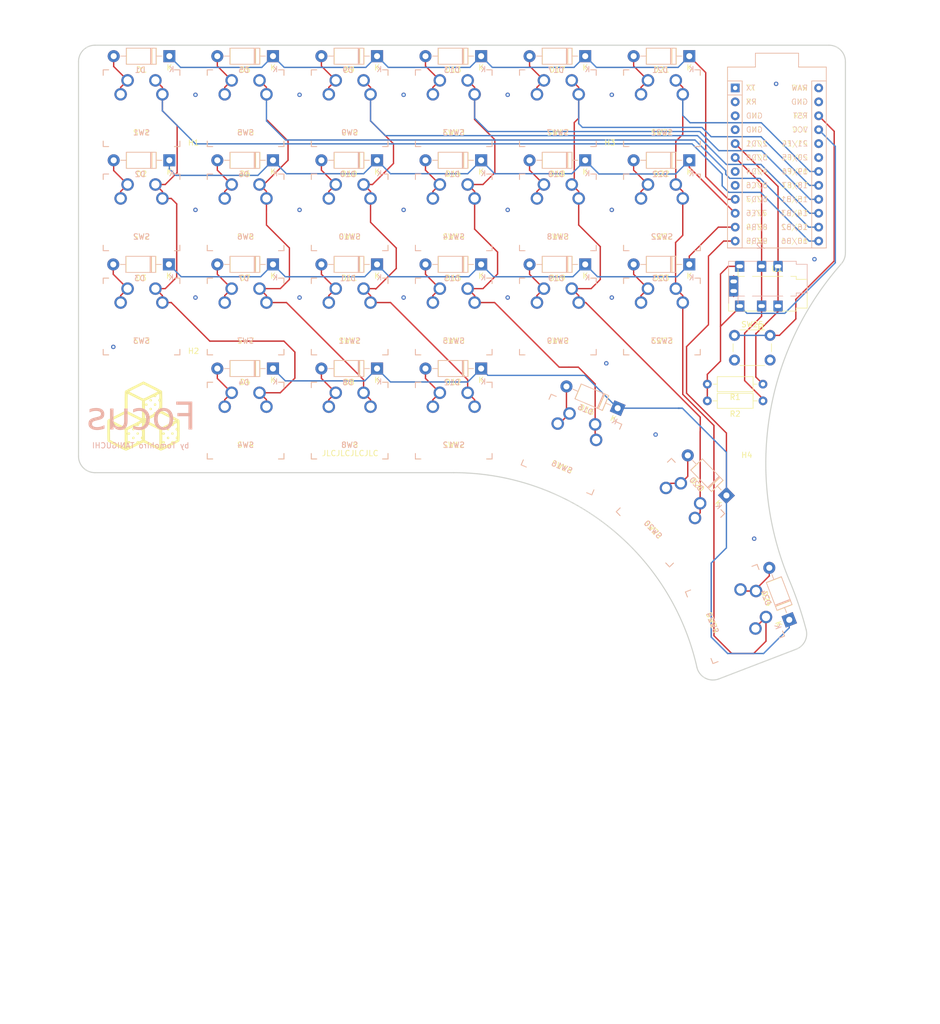
<source format=kicad_pcb>
(kicad_pcb (version 20221018) (generator pcbnew)
  (layers (0 "F.Cu" signal) (31 "B.Cu" signal) (34 "B.Paste" user) (35 "F.Paste" user) (36 "B.SilkS" user "B.Silkscreen") (37 "F.SilkS" user "F.Silkscreen") (38 "B.Mask" user) (39 "F.Mask" user) (44 "Edge.Cuts" user))
  (net 0 "")
  (net 1 "row1")
  (net 2 "Net-(D1-A)")
  (net 3 "row2")
  (net 4 "Net-(D2-A)")
  (net 5 "row3")
  (net 6 "Net-(D3-A)")
  (net 7 "row4")
  (net 8 "Net-(D4-A)")
  (net 9 "Net-(D5-A)")
  (net 10 "Net-(D6-A)")
  (net 11 "Net-(D7-A)")
  (net 12 "Net-(D8-A)")
  (net 13 "Net-(D9-A)")
  (net 14 "Net-(D10-A)")
  (net 15 "Net-(D11-A)")
  (net 16 "Net-(D12-A)")
  (net 17 "Net-(D13-A)")
  (net 18 "Net-(D14-A)")
  (net 19 "Net-(D15-A)")
  (net 20 "Net-(D16-A)")
  (net 21 "Net-(D17-A)")
  (net 22 "Net-(D18-A)")
  (net 23 "Net-(D19-A)")
  (net 24 "Net-(D20-A)")
  (net 25 "Net-(D21-A)")
  (net 26 "Net-(D22-A)")
  (net 27 "Net-(D23-A)")
  (net 28 "Net-(D24-A)")
  (net 29 "SCL")
  (net 30 "SDA")
  (net 31 "GND")
  (net 32 "VCC")
  (net 33 "col1")
  (net 34 "col2")
  (net 35 "col3")
  (net 36 "col4")
  (net 37 "col5")
  (net 38 "col6")
  (net 39 "RST")
  (footprint "Diode_THT:D_DO-41_SOD81_P10.16mm_Horizontal" (layer "F.Cu") (at 132 87.5 180)
    (fp_text reference "D12")
    (fp_text value "1N4007")
  )
  (footprint "MyLibrary:SW_MX_reversible" (layer "F.Cu") (at 89 97)
    (fp_text reference "SW4")
    (fp_text value "SW_Push")
  )
  (footprint "Diode_THT:D_DO-41_SOD81_P10.16mm_Horizontal" (layer "F.Cu") (at 113 87.5 180)
    (fp_text reference "D8")
    (fp_text value "1N4007")
  )
  (footprint "MyLibrary:SW_MX_reversible" (layer "F.Cu") (at 146 78)
    (fp_text reference "SW19")
    (fp_text value "SW_Push")
  )
  (footprint "Diode_THT:D_DO-41_SOD81_P10.16mm_Horizontal" (layer "F.Cu") (at 151 30.5 180)
    (fp_text reference "D17")
    (fp_text value "1N4007")
  )
  (footprint "Diode_THT:D_DO-41_SOD81_P10.16mm_Horizontal" (layer "F.Cu") (at 170 30.5 180)
    (fp_text reference "D21")
    (fp_text value "1N4007")
  )
  (footprint "MountingHole:MountingHole_2.2mm_M2" (layer "F.Cu") (at 79.5 49.5)
    (fp_text reference "H1")
    (fp_text value "MountingHole")
  )
  (footprint "MyLibrary:SW_MX_reversible" (layer "F.Cu") (at 127 40)
    (fp_text reference "SW13")
    (fp_text value "SW_Push")
  )
  (footprint "MyLibrary:SW_MX_reversible" (layer "F.Cu") (at 108 40)
    (fp_text reference "SW9")
    (fp_text value "SW_Push")
  )
  (footprint "MyLibrary:SW_MX_reversible" (layer "F.Cu") (at 89 40)
    (fp_text reference "SW5")
    (fp_text value "SW_Push")
  )
  (footprint "Diode_THT:D_DO-41_SOD81_P10.16mm_Horizontal" (layer "F.Cu") (at 94 30.5 180)
    (fp_text reference "D5")
    (fp_text value "1N4007")
  )
  (footprint "Diode_THT:D_DO-41_SOD81_P10.16mm_Horizontal" (layer "F.Cu") (at 94 87.5 180)
    (fp_text reference "D4")
    (fp_text value "1N4007")
  )
  (footprint "Diode_THT:D_DO-41_SOD81_P10.16mm_Horizontal" (layer "F.Cu") (at 156.926165 94.734914 157)
    (fp_text reference "D16")
    (fp_text value "1N4007")
  )
  (footprint "MyLibrary:SW_MX_reversible" (layer "F.Cu") (at 146 40)
    (fp_text reference "SW17")
    (fp_text value "SW_Push")
  )
  (footprint "MyLibrary:SW_MX_reversible" (layer "F.Cu") (at 127 59)
    (fp_text reference "SW14")
    (fp_text value "SW_Push")
  )
  (footprint "MyLibrary:SW_MX_reversible" (layer "F.Cu") (at 127 78)
    (fp_text reference "SW15")
    (fp_text value "SW_Push")
  )
  (footprint "MyLibrary:SW_MX_reversible" (layer "F.Cu") (at 165 40)
    (fp_text reference "SW21")
    (fp_text value "SW_Push")
  )
  (footprint "Diode_THT:D_DO-41_SOD81_P10.16mm_Horizontal" (layer "F.Cu") (at 132 68.5 180)
    (fp_text reference "D15")
    (fp_text value "1N4007")
  )
  (footprint "MyLibrary:SW_MX_reversible" (layer "F.Cu") (at 70 78)
    (fp_text reference "SW3")
    (fp_text value "SW_Push")
  )
  (footprint "MyLibrary:SW_MX_reversible" (layer "F.Cu") (at 89 78)
    (fp_text reference "SW7")
    (fp_text value "SW_Push")
  )
  (footprint "MountingHole:MountingHole_2.2mm_M2" (layer "F.Cu") (at 155.5 49.5)
    (fp_text reference "H3")
    (fp_text value "MountingHole")
  )
  (footprint "Button_Switch_THT:SW_PUSH_6mm_H4.3mm" (layer "F.Cu") (at 178.25 81.45)
    (fp_text reference "SW25")
    (fp_text value "SW_RST")
  )
  (footprint "Diode_THT:D_DO-41_SOD81_P10.16mm_Horizontal" (layer "F.Cu") (at 188.25 133.35 111)
    (fp_text reference "D24")
    (fp_text value "1N4007")
  )
  (footprint "Diode_THT:D_DO-41_SOD81_P10.16mm_Horizontal" (layer "F.Cu") (at 113 68.5 180)
    (fp_text reference "D11")
    (fp_text value "1N4007")
  )
  (footprint "Resistor_THT:R_Axial_DIN0207_L6.3mm_D2.5mm_P10.16mm_Horizontal" (layer "F.Cu") (at 183.45 90.35 180)
    (fp_text reference "R1")
    (fp_text value "4.7k")
  )
  (footprint "MyLibrary:SW_MX_reversible" (layer "F.Cu") (at 166.563689 113.79379 -46)
    (fp_text reference "SW20")
    (fp_text value "SW_Push")
  )
  (footprint "Diode_THT:D_DO-41_SOD81_P10.16mm_Horizontal" (layer "F.Cu") (at 151 49.5 180)
    (fp_text reference "D18")
    (fp_text value "1N4007")
  )
  (footprint "Diode_THT:D_DO-41_SOD81_P10.16mm_Horizontal" (layer "F.Cu") (at 75.08 49.5 180)
    (fp_text reference "D2")
    (fp_text value "1N4007")
  )
  (footprint "Diode_THT:D_DO-41_SOD81_P10.16mm_Horizontal" (layer "F.Cu") (at 94 49.5 180)
    (fp_text reference "D6")
    (fp_text value "1N4007")
  )
  (footprint "MyLibrary:SW_MX_reversible" (layer "F.Cu") (at 127 97)
    (fp_text reference "SW12")
    (fp_text value "SW_Push")
  )
  (footprint "MyLibrary:SW_MX_reversible" (layer "F.Cu") (at 89 59)
    (fp_text reference "SW6")
    (fp_text value "SW_Push")
  )
  (footprint "Diode_THT:D_DO-41_SOD81_P10.16mm_Horizontal" (layer "F.Cu") (at 170 49.5 180)
    (fp_text reference "D22")
    (fp_text value "1N4007")
  )
  (footprint "MountingHole:MountingHole_2.2mm_M2" (layer "F.Cu") (at 180.5 106.5)
    (fp_text reference "H4")
    (fp_text value "MountingHole")
  )
  (footprint "MyLibrary:logo" (layer "F.Cu") (at 70.25 96.75)
    (fp_text reference "G***" hide)
    (fp_text value "LOGO" hide)
  )
  (footprint "MyLibrary:SW_MX_reversible" (layer "F.Cu") (at 165 78)
    (fp_text reference "SW23")
    (fp_text value "SW_Push")
  )
  (footprint "MyLibrary:SW_MX_reversible" (layer "F.Cu") (at 178.346923 132.289763 -69)
    (fp_text reference "SW24")
    (fp_text value "SW_Push")
  )
  (footprint "MyLibrary:SW_MX_reversible" (layer "F.Cu") (at 165 59)
    (fp_text reference "SW22")
    (fp_text value "SW_Push")
  )
  (footprint "Diode_THT:D_DO-41_SOD81_P10.16mm_Horizontal" (layer "F.Cu") (at 75.08 30.5 180)
    (fp_text reference "D1")
    (fp_text value "1N4007")
  )
  (footprint "Diode_THT:D_DO-41_SOD81_P10.16mm_Horizontal" (layer "F.Cu") (at 113 49.5 180)
    (fp_text reference "D10")
    (fp_text value "1N4007")
  )
  (footprint "MyLibrary:SW_MX_reversible" (layer "F.Cu") (at 148.490212 101.372233 -23)
    (fp_text reference "SW16")
    (fp_text value "SW_Push")
  )
  (footprint "MyLibrary:SW_MX_reversible" (layer "F.Cu") (at 108 78)
    (fp_text reference "SW11")
    (fp_text value "SW_Push")
  )
  (footprint "MyLibrary:Sparkfun_Pro_Micro" (layer "F.Cu") (at 186 49 180)
    (fp_text reference "U1")
    (fp_text value "Sparkfun_Pro_Micro")
  )
  (footprint "Diode_THT:D_DO-41_SOD81_P10.16mm_Horizontal" (layer "F.Cu") (at 132 49.5 180)
    (fp_text reference "D14")
    (fp_text value "1N4007")
  )
  (footprint "MyLibrary:TRRS_Jack_3.5mm" (layer "F.Cu") (at 183.05 73.85 180)
    (fp_text reference "J1")
    (fp_text value "AudioJack4")
  )
  (footprint "Diode_THT:D_DO-41_SOD81_P10.16mm_Horizontal" (layer "F.Cu") (at 75 68.5 180)
    (fp_text reference "D3")
    (fp_text value "1N4007")
  )
  (footprint "MyLibrary:SW_MX_reversible" (layer "F.Cu") (at 70 40)
    (fp_text reference "SW1")
    (fp_text value "SW_Push")
  )
  (footprint "Resistor_THT:R_Axial_DIN0207_L6.3mm_D2.5mm_P10.16mm_Horizontal" (layer "F.Cu") (at 183.45 93.4 180)
    (fp_text reference "R2")
    (fp_text value "4.7k")
  )
  (footprint "Diode_THT:D_DO-41_SOD81_P10.16mm_Horizontal" (layer "F.Cu") (at 113 30.5 180)
    (fp_text reference "D9")
    (fp_text value "1N4007")
  )
  (footprint "Diode_THT:D_DO-41_SOD81_P10.16mm_Horizontal" (layer "F.Cu") (at 176.778865 110.654246 134)
    (fp_text reference "D20")
    (fp_text value "1N4007")
  )
  (footprint "MountingHole:MountingHole_2.2mm_M2" (layer "F.Cu") (at 79.5 87.5)
    (fp_text reference "H2")
    (fp_text value "MountingHole")
  )
  (footprint "MyLibrary:SW_MX_reversible" (layer "F.Cu") (at 70 59)
    (fp_text reference "SW2")
    (fp_text value "SW_Push")
  )
  (footprint "MyLibrary:SW_MX_reversible" (layer "F.Cu") (at 108 59)
    (fp_text reference "SW10")
    (fp_text value "SW_Push")
  )
  (footprint "Diode_THT:D_DO-41_SOD81_P10.16mm_Horizontal" (layer "F.Cu") (at 132 30.5 180)
    (fp_text reference "D13")
    (fp_text value "1N4007")
  )
  (footprint "MyLibrary:SW_MX_reversible" (layer "F.Cu") (at 146 59)
    (fp_text reference "SW18")
    (fp_text value "SW_Push")
  )
  (footprint "Diode_THT:D_DO-41_SOD81_P10.16mm_Horizontal" (layer "F.Cu") (at 151 68.5 180)
    (fp_text reference "D19")
    (fp_text value "1N4007")
  )
  (footprint "Diode_THT:D_DO-41_SOD81_P10.16mm_Horizontal" (layer "F.Cu") (at 94 68.5 180)
    (fp_text reference "D7")
    (fp_text value "1N4007")
  )
  (footprint "MyLibrary:SW_MX_reversible" (layer "F.Cu") (at 108 97)
    (fp_text reference "SW8")
    (fp_text value "SW_Push")
  )
  (footprint "Diode_THT:D_DO-41_SOD81_P10.16mm_Horizontal" (layer "F.Cu") (at 170 68.5 180)
    (fp_text reference "D23")
    (fp_text value "1N4007")
  )
  (footprint "MyLibrary:TRRS_Jack_3.5mm" (layer "B.Cu") (at 183.05 71.1 180)
    (fp_text reference "J2")
    (fp_text value "AudioJack4")
  )
  (gr_arc (start 191.331819 135.15758) (mid 191.098737 137.287038) (end 189.504735 138.71813) (stroke (width 0.2)) (layer "Edge.Cuts"))
  (gr_arc (start 195.5 28.5) (mid 197.62132 29.37868) (end 198.5 31.5) (stroke (width 0.2)) (layer "Edge.Cuts"))
  (gr_line (start 198.5 66.401076) (end 198.5 31.5) (stroke (width 0.2)) (layer "Edge.Cuts"))
  (gr_line (start 196.980471 69.295807) (end 197.790159 68.338903) (stroke (width 0.2)) (layer "Edge.Cuts"))
  (gr_arc (start 188.282195 126.178641) (mid 189.967257 130.613683) (end 191.331819 135.15758) (stroke (width 0.2)) (layer "Edge.Cuts"))
  (gr_line (start 61.5 106.5) (end 127 106.5) (stroke (width 0.2)) (layer "Edge.Cuts"))
  (gr_arc (start 188.282195 126.178641) (mid 184.598694 96.508908) (end 196.980471 69.295807) (stroke (width 0.2)) (layer "Edge.Cuts"))
  (gr_arc (start 58.5 31.5) (mid 59.37868 29.37868) (end 61.5 28.5) (stroke (width 0.2)) (layer "Edge.Cuts"))
  (gr_arc (start 198.5 66.401076) (mid 198.316963 67.432953) (end 197.790159 68.338903) (stroke (width 0.2)) (layer "Edge.Cuts"))
  (gr_line (start 195.5 28.5) (end 61.5 28.5) (stroke (width 0.2)) (layer "Edge.Cuts"))
  (gr_arc (start 127 106.5) (mid 155.41707 116.465226) (end 171.386556 141.995818) (stroke (width 0.2)) (layer "Edge.Cuts"))
  (gr_arc (start 61.5 106.5) (mid 59.37868 105.62132) (end 58.5 103.5) (stroke (width 0.2)) (layer "Edge.Cuts"))
  (gr_arc (start 175.388246 144.136943) (mid 172.897831 143.981368) (end 171.386556 141.995818) (stroke (width 0.2)) (layer "Edge.Cuts"))
  (gr_line (start 58.5 31.5) (end 58.5 103.5) (stroke (width 0.2)) (layer "Edge.Cuts"))
  (gr_line (start 175.388246 144.136943) (end 189.504735 138.71813) (stroke (width 0.2)) (layer "Edge.Cuts"))
  (gr_text "by Tomohiro TANIGUCHI" (at 69.85 101.55) (layer "B.SilkS") (effects (font (size 1 1)) (justify mirror)))
  (gr_text "Focus " (at 68.85 96.55) (layer "B.SilkS") (effects (font (size 5 5)) (justify mirror)))
  (gr_text "JLCJLCJLCJLC" (at 102.85 103.55) (layer "F.SilkS") (effects (font (size 1 1)) (justify left bottom)))
  (segment (start 177.12 56.62) (end 178.38 56.62) (width 0.25) (layer "F.Cu") (net 1))
  (segment (start 170 30.5) (end 173 33.5) (width 0.25) (layer "F.Cu") (net 1))
  (segment (start 173 52.5) (end 177.12 56.62) (width 0.25) (layer "F.Cu") (net 1))
  (segment (start 173 33.5) (end 173 52.5) (width 0.25) (layer "F.Cu") (net 1))
  (segment (start 75.08 30.5) (end 77.13 32.55) (width 0.25) (layer "B.Cu") (net 1))
  (segment (start 115.05 32.55) (end 129.95 32.55) (width 0.25) (layer "B.Cu") (net 1))
  (segment (start 167.95 32.55) (end 170 30.5) (width 0.25) (layer "B.Cu") (net 1))
  (segment (start 153.05 32.55) (end 167.95 32.55) (width 0.25) (layer "B.Cu") (net 1))
  (segment (start 129.95 32.55) (end 132 30.5) (width 0.25) (layer "B.Cu") (net 1))
  (segment (start 148.95 32.55) (end 151 30.5) (width 0.25) (layer "B.Cu") (net 1))
  (segment (start 134.05 32.55) (end 148.95 32.55) (width 0.25) (layer "B.Cu") (net 1))
  (segment (start 77.13 32.55) (end 91.95 32.55) (width 0.25) (layer "B.Cu") (net 1))
  (segment (start 151 30.5) (end 153.05 32.55) (width 0.25) (layer "B.Cu") (net 1))
  (segment (start 110.95 32.55) (end 113 30.5) (width 0.25) (layer "B.Cu") (net 1))
  (segment (start 94 30.5) (end 96.05 32.55) (width 0.25) (layer "B.Cu") (net 1))
  (segment (start 113 30.5) (end 115.05 32.55) (width 0.25) (layer "B.Cu") (net 1))
  (segment (start 96.05 32.55) (end 110.95 32.55) (width 0.25) (layer "B.Cu") (net 1))
  (segment (start 91.95 32.55) (end 94 30.5) (width 0.25) (layer "B.Cu") (net 1))
  (segment (start 132 30.5) (end 134.05 32.55) (width 0.25) (layer "B.Cu") (net 1))
  (segment (start 67.46 34.92) (end 66.19 36.19) (width 0.25) (layer "F.Cu") (net 2))
  (segment (start 66.19 36.19) (end 66.19 37.46) (width 0.25) (layer "F.Cu") (net 2))
  (segment (start 64.92 30.5) (end 64.92 32.38) (width 0.25) (layer "F.Cu") (net 2))
  (segment (start 64.92 32.38) (end 67.46 34.92) (width 0.25) (layer "F.Cu") (net 2))
  (segment (start 170 50.78) (end 178.38 59.16) (width 0.25) (layer "F.Cu") (net 3))
  (segment (start 170 49.5) (end 170 50.78) (width 0.25) (layer "F.Cu") (net 3))
  (segment (start 115.45 51.95) (end 129.55 51.95) (width 0.25) (layer "B.Cu") (net 3))
  (segment (start 110.55 51.95) (end 113 49.5) (width 0.25) (layer "B.Cu") (net 3))
  (segment (start 151 49.5) (end 153.5 52) (width 0.25) (layer "B.Cu") (net 3))
  (segment (start 75.08 51.08) (end 76.25 52.25) (width 0.25) (layer "B.Cu") (net 3))
  (segment (start 76.25 52.25) (end 91.25 52.25) (width 0.25) (layer "B.Cu") (net 3))
  (segment (start 91.25 52.25) (end 94 49.5) (width 0.25) (layer "B.Cu") (net 3))
  (segment (start 167.5 52) (end 170 49.5) (width 0.25) (layer "B.Cu") (net 3))
  (segment (start 113 49.5) (end 115.45 51.95) (width 0.25) (layer "B.Cu") (net 3))
  (segment (start 134.45 51.95) (end 148.55 51.95) (width 0.25) (layer "B.Cu") (net 3))
  (segment (start 148.55 51.95) (end 151 49.5) (width 0.25) (layer "B.Cu") (net 3))
  (segment (start 94 49.5) (end 96.45 51.95) (width 0.25) (layer "B.Cu") (net 3))
  (segment (start 96.45 51.95) (end 110.55 51.95) (width 0.25) (layer "B.Cu") (net 3))
  (segment (start 153.5 52) (end 167.5 52) (width 0.25) (layer "B.Cu") (net 3))
  (segment (start 132 49.5) (end 134.45 51.95) (width 0.25) (layer "B.Cu") (net 3))
  (segment (start 75.08 49.5) (end 75.08 51.08) (width 0.25) (layer "B.Cu") (net 3))
  (segment (start 129.55 51.95) (end 132 49.5) (width 0.25) (layer "B.Cu") (net 3))
  (segment (start 64.92 49.5) (end 64.92 51.38) (width 0.25) (layer "F.Cu") (net 4))
  (segment (start 67.46 53.92) (end 66.19 55.19) (width 0.25) (layer "F.Cu") (net 4))
  (segment (start 64.92 51.38) (end 67.46 53.92) (width 0.25) (layer "F.Cu") (net 4))
  (segment (start 66.19 55.19) (end 66.19 56.46) (width 0.25) (layer "F.Cu") (net 4))
  (segment (start 175.3 61.7) (end 178.38 61.7) (width 0.25) (layer "F.Cu") (net 5))
  (segment (start 170 68.5) (end 170 67) (width 0.25) (layer "F.Cu") (net 5))
  (segment (start 170 67) (end 175.3 61.7) (width 0.25) (layer "F.Cu") (net 5))
  (segment (start 91.75 70.75) (end 94 68.5) (width 0.25) (layer "B.Cu") (net 5))
  (segment (start 77.25 70.75) (end 91.75 70.75) (width 0.25) (layer "B.Cu") (net 5))
  (segment (start 132 68.5) (end 134.25 70.75) (width 0.25) (layer "B.Cu") (net 5))
  (segment (start 110.75 70.75) (end 113 68.5) (width 0.25) (layer "B.Cu") (net 5))
  (segment (start 96.25 70.75) (end 110.75 70.75) (width 0.25) (layer "B.Cu") (net 5))
  (segment (start 148.75 70.75) (end 151 68.5) (width 0.25) (layer "B.Cu") (net 5))
  (segment (start 153.25 70.75) (end 167.75 70.75) (width 0.25) (layer "B.Cu") (net 5))
  (segment (start 75 68.5) (end 77.25 70.75) (width 0.25) (layer "B.Cu") (net 5))
  (segment (start 113 68.5) (end 115.25 70.75) (width 0.25) (layer "B.Cu") (net 5))
  (segment (start 115.25 70.75) (end 129.75 70.75) (width 0.25) (layer "B.Cu") (net 5))
  (segment (start 134.25 70.75) (end 148.75 70.75) (width 0.25) (layer "B.Cu") (net 5))
  (segment (start 94 68.5) (end 96.25 70.75) (width 0.25) (layer "B.Cu") (net 5))
  (segment (start 129.75 70.75) (end 132 68.5) (width 0.25) (layer "B.Cu") (net 5))
  (segment (start 167.75 70.75) (end 170 68.5) (width 0.25) (layer "B.Cu") (net 5))
  (segment (start 151 68.5) (end 153.25 70.75) (width 0.25) (layer "B.Cu") (net 5))
  (segment (start 64.84 68.5) (end 64.84 70.3) (width 0.25) (layer "F.Cu") (net 6))
  (segment (start 64.84 70.3) (end 67.46 72.92) (width 0.25) (layer "F.Cu") (net 6))
  (segment (start 67.46 72.92) (end 66.19 74.19) (width 0.25) (layer "F.Cu") (net 6))
  (segment (start 66.19 74.19) (end 66.19 75.46) (width 0.25) (layer "F.Cu") (net 6))
  (segment (start 173.5 67) (end 176.26 64.24) (width 0.25) (layer "F.Cu") (net 7))
  (segment (start 169.5 83.5) (end 173.5 79.5) (width 0.25) (layer "F.Cu") (net 7))
  (segment (start 176.778865 99.278865) (end 169.5 92) (width 0.25) (layer "F.Cu") (net 7))
  (segment (start 176.26 64.24) (end 178.38 64.24) (width 0.25) (layer "F.Cu") (net 7))
  (segment (start 176.778865 110.654246) (end 176.778865 99.278865) (width 0.25) (layer "F.Cu") (net 7))
  (segment (start 173.5 79.5) (end 173.5 67) (width 0.25) (layer "F.Cu") (net 7))
  (segment (start 169.5 92) (end 169.5 83.5) (width 0.25) (layer "F.Cu") (net 7))
  (segment (start 183.563099 139.5) (end 188.25 134.813099) (width 0.25) (layer "B.Cu") (net 7))
  (segment (start 96.25 89.75) (end 110.75 89.75) (width 0.25) (layer "B.Cu") (net 7))
  (segment (start 168.5 94.734914) (end 168.734914 94.734914) (width 0.25) (layer "B.Cu") (net 7))
  (segment (start 168 94.734914) (end 168.5 94.734914) (width 0.25) (layer "B.Cu") (net 7))
  (segment (start 188.25 134.813099) (end 188.25 133.35) (width 0.25) (layer "B.Cu") (net 7))
  (segment (start 113 87.5) (end 115.45 89.95) (width 0.25) (layer "B.Cu") (net 7))
  (segment (start 176.778865 110.654246) (end 176.778865 120.221135) (width 0.25) (layer "B.Cu") (net 7))
  (segment (start 174 123) (end 174 136.5) (width 0.25) (layer "B.Cu") (net 7))
  (segment (start 133.25 88.75) (end 150.941251 88.75) (width 0.25) (layer "B.Cu") (net 7))
  (segment (start 176.778865 102.778865) (end 176.778865 110.654246) (width 0.25) (layer "B.Cu") (net 7))
  (segment (start 132 87.5) (end 133.25 88.75) (width 0.25) (layer "B.Cu") (net 7))
  (segment (start 129.55 89.95) (end 132 87.5) (width 0.25) (layer "B.Cu") (net 7))
  (segment (start 156.926165 94.734914) (end 168 94.734914) (width 0.25) (layer "B.Cu") (net 7))
  (segment (start 176.778865 120.221135) (end 174 123) (width 0.25) (layer "B.Cu") (net 7))
  (segment (start 168.265086 94.734914) (end 168 94.734914) (width 0.25) (layer "B.Cu") (net 7))
  (segment (start 115.45 89.95) (end 129.55 89.95) (width 0.25) (layer "B.Cu") (net 7))
  (segment (start 110.75 89.75) (end 113 87.5) (width 0.25) (layer "B.Cu") (net 7))
  (segment (start 150.941251 88.75) (end 156.926165 94.734914) (width 0.25) (layer "B.Cu") (net 7))
  (segment (start 177 139.5) (end 183.563099 139.5) (width 0.25) (layer "B.Cu") (net 7))
  (segment (start 174 136.5) (end 177 139.5) (width 0.25) (layer "B.Cu") (net 7))
  (segment (start 94 87.5) (end 96.25 89.75) (width 0.25) (layer "B.Cu") (net 7))
  (segment (start 168.734914 94.734914) (end 176.778865 102.778865) (width 0.25) (layer "B.Cu") (net 7))
  (segment (start 83.84 87.5) (end 83.84 89.3) (width 0.25) (layer "F.Cu") (net 8))
  (segment (start 86.46 91.92) (end 85.19 93.19) (width 0.25) (layer "F.Cu") (net 8))
  (segment (start 83.84 89.3) (end 86.46 91.92) (width 0.25) (layer "F.Cu") (net 8))
  (segment (start 85.19 93.19) (end 85.19 94.46) (width 0.25) (layer "F.Cu") (net 8))
  (segment (start 86.46 34.92) (end 85.19 36.19) (width 0.25) (layer "F.Cu") (net 9))
  (segment (start 85.19 36.19) (end 85.19 37.46) (width 0.25) (layer "F.Cu") (net 9))
  (segment (start 83.84 30.5) (end 83.84 32.3) (width 0.25) (layer "F.Cu") (net 9))
  (segment (start 83.84 32.3) (end 86.46 34.92) (width 0.25) (layer "F.Cu") (net 9))
  (segment (start 83.84 49.5) (end 83.84 51.3) (width 0.25) (layer "F.Cu") (net 10))
  (segment (start 83.84 51.3) (end 86.46 53.92) (width 0.25) (layer "F.Cu") (net 10))
  (segment (start 86.46 53.92) (end 85.19 55.19) (width 0.25) (layer "F.Cu") (net 10))
  (segment (start 85.19 55.19) (end 85.19 56.46) (width 0.25) (layer "F.Cu") (net 10))
  (segment (start 83.84 68.5) (end 83.84 70.3) (width 0.25) (layer "F.Cu") (net 11))
  (segment (start 83.84 70.3) (end 86.46 72.92) (width 0.25) (layer "F.Cu") (net 11))
  (segment (start 85.19 74.19) (end 85.19 75.46) (width 0.25) (layer "F.Cu") (net 11))
  (segment (start 86.46 72.92) (end 85.19 74.19) (width 0.25) (layer "F.Cu") (net 11))
  (segment (start 102.84 89.3) (end 105.46 91.92) (width 0.25) (layer "F.Cu") (net 12))
  (segment (start 102.84 87.5) (end 102.84 89.3) (width 0.25) (layer "F.Cu") (net 12))
  (segment (start 105.46 91.92) (end 104.19 93.19) (width 0.25) (layer "F.Cu") (net 12))
  (segment (start 104.19 93.19) (end 104.19 94.46) (width 0.25) (layer "F.Cu") (net 12))
  (segment (start 105.46 34.92) (end 104.19 36.19) (width 0.25) (layer "F.Cu") (net 13))
  (segment (start 102.84 30.5) (end 102.84 32.3) (width 0.25) (layer "F.Cu") (net 13))
  (segment (start 102.84 32.3) (end 105.46 34.92) (width 0.25) (layer "F.Cu") (net 13))
  (segment (start 104.19 36.19) (end 104.19 37.46) (width 0.25) (layer "F.Cu") (net 13))
  (segment (start 102.84 49.5) (end 102.84 51.3) (width 0.25) (layer "F.Cu") (net 14))
  (segment (start 102.84 51.3) (end 105.46 53.92) (width 0.25) (layer "F.Cu") (net 14))
  (segment (start 104.19 55.19) (end 104.19 56.46) (width 0.25) (layer "F.Cu") (net 14))
  (segment (start 105.46 53.92) (end 104.19 55.19) (width 0.25) (layer "F.Cu") (net 14))
  (segment (start 102.84 70.3) (end 105.46 72.92) (width 0.25) (layer "F.Cu") (net 15))
  (segment (start 104.19 74.19) (end 104.19 75.46) (width 0.25) (layer "F.Cu") (net 15))
  (segment (start 105.46 72.92) (end 104.19 74.19) (width 0.25) (layer "F.Cu") (net 15))
  (segment (start 102.84 68.5) (end 102.84 70.3) (width 0.25) (layer "F.Cu") (net 15))
  (segment (start 123.19 93.19) (end 123.19 94.46) (width 0.25) (layer "F.Cu") (net 16))
  (segment (start 124.46 91.92) (end 123.19 93.19) (width 0.25) (layer "F.Cu") (net 16))
  (segment (start 121.84 89.3) (end 124.46 91.92) (width 0.25) (layer "F.Cu") (net 16))
  (segment (start 121.84 87.5) (end 121.84 89.3) (width 0.25) (layer "F.Cu") (net 16))
  (segment (start 124.46 34.92) (end 123.19 36.19) (width 0.25) (layer "F.Cu") (net 17))
  (segment (start 123.19 36.19) (end 123.19 37.46) (width 0.25) (layer "F.Cu") (net 17))
  (segment (start 121.84 32.3) (end 124.46 34.92) (width 0.25) (layer "F.Cu") (net 17))
  (segment (start 121.84 30.5) (end 121.84 32.3) (width 0.25) (layer "F.Cu") (net 17))
  (segment (start 123.19 55.19) (end 123.19 56.46) (width 0.25) (layer "F.Cu") (net 18))
  (segment (start 121.84 51.3) (end 124.46 53.92) (width 0.25) (layer "F.Cu") (net 18))
  (segment (start 121.84 49.5) (end 121.84 51.3) (width 0.25) (layer "F.Cu") (net 18))
  (segment (start 124.46 53.92) (end 123.19 55.19) (width 0.25) (layer "F.Cu") (net 18))
  (segment (start 123.19 74.19) (end 123.19 75.46) (width 0.25) (layer "F.Cu") (net 19))
  (segment (start 124.46 72.92) (end 123.19 74.19) (width 0.25) (layer "F.Cu") (net 19))
  (segment (start 121.84 68.5) (end 121.84 70.3) (width 0.25) (layer "F.Cu") (net 19))
  (segment (start 121.84 70.3) (end 124.46 72.92) (width 0.25) (layer "F.Cu") (net 19))
  (segment (start 148.137044 95.703611) (end 146.29519 97.545465) (width 0.25) (layer "F.Cu") (net 20))
  (segment (start 146.29519 97.545465) (end 145.975546 97.545465) (width 0.25) (layer "F.Cu") (net 20))
  (segment (start 147.573836 95.140403) (end 148.137044 95.703611) (width 0.25) (layer "F.Cu") (net 20))
  (segment (start 147.573836 90.765086) (end 147.573836 95.140403) (width 0.25) (layer "F.Cu") (net 20))
  (segment (start 140.84 30.5) (end 140.84 32.3) (width 0.25) (layer "F.Cu") (net 21))
  (segment (start 142.19 36.19) (end 142.19 37.46) (width 0.25) (layer "F.Cu") (net 21))
  (segment (start 140.84 32.3) (end 143.46 34.92) (width 0.25) (layer "F.Cu") (net 21))
  (segment (start 143.46 34.92) (end 142.19 36.19) (width 0.25) (layer "F.Cu") (net 21))
  (segment (start 143.46 53.92) (end 142.19 55.19) (width 0.25) (layer "F.Cu") (net 22))
  (segment (start 142.19 55.19) (end 142.19 56.46) (width 0.25) (layer "F.Cu") (net 22))
  (segment (start 140.84 49.5) (end 140.84 51.3) (width 0.25) (layer "F.Cu") (net 22))
  (segment (start 140.84 51.3) (end 143.46 53.92) (width 0.25) (layer "F.Cu") (net 22))
  (segment (start 142.19 74.19) (end 142.19 75.46) (width 0.25) (layer "F.Cu") (net 23))
  (segment (start 143.46 72.92) (end 142.19 74.19) (width 0.25) (layer "F.Cu") (net 23))
  (segment (start 140.84 70.3) (end 143.46 72.92) (width 0.25) (layer "F.Cu") (net 23))
  (segment (start 140.84 68.5) (end 140.84 70.3) (width 0.25) (layer "F.Cu") (net 23))
  (segment (start 168.453503 108.437802) (end 166.595035 108.437802) (width 0.25) (layer "F.Cu") (net 24))
  (segment (start 166.595035 108.437802) (end 165.744164 109.288673) (width 0.25) (layer "F.Cu") (net 24))
  (segment (start 169.721136 107.170169) (end 168.453503 108.437802) (width 0.25) (layer "F.Cu") (net 24))
  (segment (start 169.721136 103.345754) (end 169.721136 107.170169) (width 0.25) (layer "F.Cu") (net 24))
  (segment (start 162.46 34.92) (end 161.19 36.19) (width 0.25) (layer "F.Cu") (net 25))
  (segment (start 159.84 30.5) (end 159.84 32.3) (width 0.25) (layer "F.Cu") (net 25))
  (segment (start 161.19 36.19) (end 161.19 37.46) (width 0.25) (layer "F.Cu") (net 25))
  (segment (start 159.84 32.3) (end 162.46 34.92) (width 0.25) (layer "F.Cu") (net 25))
  (segment (start 159.84 51.3) (end 162.46 53.92) (width 0.25) (layer "F.Cu") (net 26))
  (segment (start 162.46 53.92) (end 161.19 55.19) (width 0.25) (layer "F.Cu") (net 26))
  (segment (start 161.19 55.19) (end 161.19 56.46) (width 0.25) (layer "F.Cu") (net 26))
  (segment (start 159.84 49.5) (end 159.84 51.3) (width 0.25) (layer "F.Cu") (net 26))
  (segment (start 159.84 68.5) (end 159.84 70.3) (width 0.25) (layer "F.Cu") (net 27))
  (segment (start 159.84 70.3) (end 162.46 72.92) (width 0.25) (layer "F.Cu") (net 27))
  (segment (start 162.46 72.92) (end 161.19 74.19) (width 0.25) (layer "F.Cu") (net 27))
  (segment (start 161.19 74.19) (end 161.19 75.46) (width 0.25) (layer "F.Cu") (net 27))
  (segment (start 182.179257 128.09796) (end 179.628228 128.09796) (width 0.25) (layer "F.Cu") (net 28))
  (segment (start 184.608982 125.327922) (end 182.179257 127.757647) (width 0.25) (layer "F.Cu") (net 28))
  (segment (start 179.628228 128.09796) (end 179.352835 127.822567) (width 0.25) (layer "F.Cu") (net 28))
  (segment (start 182.179257 127.757647) (end 182.179257 128.09796) (width 0.25) (layer "F.Cu") (net 28))
  (segment (start 184.608982 123.864823) (end 184.608982 125.327922) (width 0.25) (layer "F.Cu") (net 28))
  (segment (start 183.2 53.82) (end 178.38 49) (width 0.25) (layer "F.Cu") (net 29))
  (segment (start 183.2 77.95) (end 183.2 53.82) (width 0.25) (layer "F.Cu") (net 29))
  (segment (start 183.45 93.4) (end 183.45 93.05) (width 0.25) (layer "F.Cu") (net 29))
  (segment (start 183.45 93.05) (end 180.1 89.7) (width 0.25) (layer "F.Cu") (net 29))
  (segment (start 180.1 89.7) (end 180.1 81.05) (width 0.25) (layer "F.Cu") (net 29))
  (segment (start 180.1 81.05) (end 183.2 77.95) (width 0.25) (layer "F.Cu") (net 29))
  (segment (start 186.2 67.85) (end 186.2 77.1) (width 0.25) (layer "F.Cu") (net 30))
  (segment (start 186.2 67.85) (end 186.2 54.28) (width 0.25) (layer "F.Cu") (net 30))
  (segment (start 182.15 89.05) (end 183.45 90.35) (width 0.25) (layer "F.Cu") (net 30))
  (segment (start 182.15 81.1) (end 182.15 89.05) (width 0.25) (layer "F.Cu") (net 30))
  (segment (start 182.2 81.1) (end 182.15 81.1) (width 0.25) (layer "F.Cu") (net 30))
  (segment (start 186.2 54.28) (end 178.38 46.46) (width 0.25) (layer "F.Cu") (net 30))
  (segment (start 186.2 77.1) (end 182.2 81.1) (width 0.25) (layer "F.Cu") (net 30))
  (segment (start 178.1 70.6) (end 178.1 74.35) (width 0.25) (layer "F.Cu") (net 31))
  (via (at 98.85 58.55) (size 0.8) (drill 0.4) (layers "F.Cu" "B.Cu") (net 31))
  (via (at 136.85 58.55) (size 0.8) (drill 0.4) (layers "F.Cu" "B.Cu") (net 31))
  (via (at 79.85 74.55) (size 0.8) (drill 0.4) (layers "F.Cu" "B.Cu") (net 31))
  (via (at 117.85 37.55) (size 0.8) (drill 0.4) (layers "F.Cu" "B.Cu") (net 31))
  (via (at 192.85 67.55) (size 0.8) (drill 0.4) (layers "F.Cu" "B.Cu") (net 31))
  (via (at 98.85 37.55) (size 0.8) (drill 0.4) (layers "F.Cu" "B.Cu") (net 31))
  (via (at 79.85 37.55) (size 0.8) (drill 0.4) (layers "F.Cu" "B.Cu") (net 31))
  (via (at 155.85 37.55) (size 0.8) (drill 0.4) (layers "F.Cu" "B.Cu") (net 31))
  (via (at 117.85 74.55) (size 0.8) (drill 0.4) (layers "F.Cu" "B.Cu") (net 31))
  (via (at 79.85 58.55) (size 0.8) (drill 0.4) (layers "F.Cu" "B.Cu") (net 31))
  (via (at 185.85 35.55) (size 0.8) (drill 0.4) (layers "F.Cu" "B.Cu") (net 31))
  (via (at 154.85 86.55) (size 0.8) (drill 0.4) (layers "F.Cu" "B.Cu") (net 31))
  (via (at 98.85 74.55) (size 0.8) (drill 0.4) (layers "F.Cu" "B.Cu") (net 31))
  (via (at 181.85 118.55) (size 0.8) (drill 0.4) (layers "F.Cu" "B.Cu") (net 31))
  (via (at 136.85 74.55) (size 0.8) (drill 0.4) (layers "F.Cu" "B.Cu") (net 31))
  (via (at 163.85 99.55) (size 0.8) (drill 0.4) (layers "F.Cu" "B.Cu") (net 31))
  (via (at 117.85 58.55) (size 0.8) (drill 0.4) (layers "F.Cu" "B.Cu") (net 31))
  (via (at 64.85 83.55) (size 0.8) (drill 0.4) (layers "F.Cu" "B.Cu") (net 31))
  (via (at 136.85 37.55) (size 0.8) (drill 0.4) (layers "F.Cu" "B.Cu") (net 31))
  (via (at 155.85 74.55) (size 0.8) (drill 0.4) (layers "F.Cu" "B.Cu") (net 31))
  (via (at 155.85 58.55) (size 0.8) (drill 0.4) (layers "F.Cu" "B.Cu") (net 31))
  (segment (start 177.1 68.85) (end 179.2 68.85) (width 0.25) (layer "F.Cu") (net 32))
  (segment (start 179.2 76.3) (end 179.2 76.1) (width 0.25) (layer "F.Cu") (net 32))
  (segment (start 175.7 86.15) (end 175.7 79.8) (width 0.25) (layer "F.Cu") (net 32))
  (segment (start 175.7 70.25) (end 177.1 68.85) (width 0.25) (layer "F.Cu") (net 32))
  (segment (start 175.7 79.8) (end 175.7 70.25) (width 0.25) (layer "F.Cu") (net 32))
  (segment (start 173.29 93.4) (end 173.29 90.35) (width 0.25) (layer "F.Cu") (net 32))
  (segment (start 173.29 88.56) (end 175.7 86.15) (width 0.25) (layer "F.Cu") (net 32))
  (segment (start 175.7 79.8) (end 179.2 76.3) (width 0.25) (layer "F.Cu") (net 32))
  (segment (start 173.29 90.35) (end 173.29 88.56) (width 0.25) (layer "F.Cu") (net 32))
  (segment (start 180.525 77.425) (end 187.425 77.425) (width 0.25) (layer "B.Cu") (net 32))
  (segment (start 179.2 76.1) (end 180.525 77.425) (width 0.25) (layer "B.Cu") (net 32))
  (segment (start 187.425 77.425) (end 196.65 68.2) (width 0.25) (layer "B.Cu") (net 32))
  (segment (start 196.65 46.95) (end 193.62 43.92) (width 0.25) (layer "B.Cu") (net 32))
  (segment (start 196.65 68.2) (end 196.65 46.95) (width 0.25) (layer "B.Cu") (net 32))
  (segment (start 73.81 37.46) (end 73.81 40.463684) (width 0.25) (layer "F.Cu") (net 33))
  (segment (start 75.426446 56.46) (end 76.425 57.458554) (width 0.25) (layer "F.Cu") (net 33))
  (segment (start 76.505 43.158684) (end 76.505 51.745) (width 0.25) (layer "F.Cu") (net 33))
  (segment (start 96 82.5) (end 98 84.5) (width 0.25) (layer "F.Cu") (net 33))
  (segment (start 74.33 72.92) (end 72.54 72.92) (width 0.25) (layer "F.Cu") (net 33))
  (segment (start 73.81 75.46) (end 75.426446 75.46) (width 0.25) (layer "F.Cu") (net 33))
  (segment (start 73.81 55.19) (end 73.81 56.46) (width 0.25) (layer "F.Cu") (net 33))
  (segment (start 98 89.25) (end 95.33 91.92) (width 0.25) (layer "F.Cu") (net 33))
  (segment (start 76.425 57.458554) (end 76.425 70.825) (width 0.25) (layer "F.Cu") (net 33))
  (segment (start 76.505 51.745) (end 74.33 53.92) (width 0.25) (layer "F.Cu") (net 33))
  (segment (start 75.426446 75.46) (end 82.466446 82.5) (width 0.25) (layer "F.Cu") (net 33))
  (segment (start 73.81 36.19) (end 73.81 37.46) (width 0.25) (layer "F.Cu") (net 33))
  (segment (start 72.54 53.92) (end 73.81 55.19) (width 0.25) (layer "F.Cu") (net 33))
  (segment (start 98 84.5) (end 98 89.25) (width 0.25) (layer "F.Cu") (net 33))
  (segment (start 73.81 56.46) (end 75.426446 56.46) (width 0.25) (layer "F.Cu") (net 33))
  (segment (start 76.425 70.825) (end 74.33 72.92) (width 0.25) (layer "F.Cu") (net 33))
  (segment (start 95.33 91.92) (end 91.54 91.92) (width 0.25) (layer "F.Cu") (net 33))
  (segment (start 82.466446 82.5) (end 96 82.5) (width 0.25) (layer "F.Cu") (net 33))
  (segment (start 74.33 53.92) (end 72.54 53.92) (width 0.25) (layer "F.Cu") (net 33))
  (segment (start 91.54 91.92) (end 92.81 93.19) (width 0.25) (layer "F.Cu") (net 33))
  (segment (start 72.54 34.92) (end 73.81 36.19) (width 0.25) (layer "F.Cu") (net 33))
  (segment (start 73.81 74.19) (end 73.81 75.46) (width 0.25) (layer "F.Cu") (net 33))
  (segment (start 73.81 40.463684) (end 76.505 43.158684) (width 0.25) (layer "F.Cu") (net 33))
  (segment (start 92.81 93.19) (end 92.81 94.46) (width 0.25) (layer "F.Cu") (net 33))
  (segment (start 72.54 72.92) (end 73.81 74.19) (width 0.25) (layer "F.Cu") (net 33))
  (segment (start 73.81 40.463684) (end 79.846316 46.5) (width 0.25) (layer "B.Cu") (net 33))
  (segment (start 79.846316 46.5) (end 170.5 46.5) (width 0.25) (layer "B.Cu") (net 33))
  (segment (start 170.5 46.5) (end 176 52) (width 0.25) (layer "B.Cu") (net 33))
  (segment (start 176 52) (end 176 54.145495) (width 0.25) (layer "B.Cu") (net 33))
  (segment (start 176 54.145495) (end 177.204505 55.35) (width 0.25) (layer "B.Cu") (net 33))
  (segment (start 183 55.35) (end 191.89 64.24) (width 0.25) (layer "B.Cu") (net 33))
  (segment (start 177.204505 55.35) (end 183 55.35) (width 0.25) (layer "B.Cu") (net 33))
  (segment (start 73.81 37.46) (end 73.81 40.463684) (width 0.25) (layer "B.Cu") (net 33))
  (segment (start 191.89 64.24) (end 193.62 64.24) (width 0.25) (layer "B.Cu") (net 33))
  (segment (start 92.81 42.06) (end 96.75 46) (width 0.25) (layer "F.Cu") (net 34))
  (segment (start 111.81 93.19) (end 111.81 94.46) (width 0.25) (layer "F.Cu") (net 34))
  (segment (start 110.54 91.92) (end 111.81 93.19) (width 0.25) (layer "F.Cu") (net 34))
  (segment (start 96.75 49.5) (end 92.33 53.92) (width 0.25) (layer "F.Cu") (net 34))
  (segment (start 97 65.5) (end 97 71.25) (width 0.25) (layer "F.Cu") (net 34))
  (segment (start 95.33 72.92) (end 91.54 72.92) (width 0.25) (layer "F.Cu") (net 34))
  (segment (start 92.81 56.46) (end 92.81 61.31) (width 0.25) (layer "F.Cu") (net 34))
  (segment (start 91.54 34.92) (end 92.81 36.19) (width 0.25) (layer "F.Cu") (net 34))
  (segment (start 92.81 55.19) (end 92.81 56.46) (width 0.25) (layer "F.Cu") (net 34))
  (segment (start 92.81 36.19) (end 92.81 37.46) (width 0.25) (layer "F.Cu") (net 34))
  (segment (start 92.81 61.31) (end 97 65.5) (width 0.25) (layer "F.Cu") (net 34))
  (segment (start 92.81 75.46) (end 96.46 75.46) (width 0.25) (layer "F.Cu") (net 34))
  (segment (start 106.5 85.5) (end 110.54 89.54) (width 0.25) (layer "F.Cu") (net 34))
  (segment (start 96.46 75.46) (end 106.5 85.5) (width 0.25) (layer "F.Cu") (net 34))
  (segment (start 91.54 53.92) (end 92.81 55.19) (width 0.25) (layer "F.Cu") (net 34))
  (segment (start 96.75 46) (end 96.75 49.5) (width 0.25) (layer "F.Cu") (net 34))
  (segment (start 91.54 72.92) (end 92.81 74.19) (width 0.25) (layer "F.Cu") (net 34))
  (segment (start 92.33 53.92) (end 91.54 53.92) (width 0.25) (layer "F.Cu") (net 34))
  (segment (start 92.81 37.46) (end 92.81 42.06) (width 0.25) (layer "F.Cu") (net 34))
  (segment (start 97 71.25) (end 95.33 72.92) (width 0.25) (layer "F.Cu") (net 34))
  (segment (start 92.81 74.19) (end 92.81 75.46) (width 0.25) (layer "F.Cu") (net 34))
  (segment (start 110.54 89.54) (end 110.54 91.92) (width 0.25) (layer "F.Cu") (net 34))
  (segment (start 182.9 52.8) (end 191.8 61.7) (width 0.25) (layer "B.Cu") (net 34))
  (segment (start 96.3 45.8) (end 171.049009 45.8) (width 0.25) (layer "B.Cu") (net 34))
  (segment (start 92.81 37.46) (end 92.81 42.31) (width 0.25) (layer "B.Cu") (net 34))
  (segment (start 177.4 52.8) (end 182.9 52.8) (width 0.25) (layer "B.Cu") (net 34))
  (segment (start 171.049009 45.8) (end 176.65 51.400991) (width 0.25) (layer "B.Cu") (net 34))
  (segment (start 176.65 52.05) (end 177.4 52.8) (width 0.25) (layer "B.Cu") (net 34))
  (segment (start 92.81 42.31) (end 96.3 45.8) (width 0.25) (layer "B.Cu") (net 34))
  (segment (start 176.65 51.400991) (end 176.65 52.05) (width 0.25) (layer "B.Cu") (net 34))
  (segment (start 191.8 61.7) (end 193.62 61.7) (width 0.25) (layer "B.Cu") (net 34))
  (segment (start 111.81 60.81) (end 116.5 65.5) (width 0.25) (layer "F.Cu") (net 35))
  (segment (start 116 46.5) (end 116 50.076446) (width 0.25) (layer "F.Cu") (net 35))
  (segment (start 129.54 89.54) (end 129.54 91.92) (width 0.25) (layer "F.Cu") (net 35))
  (segment (start 112.67 72.92) (end 110.54 72.92) (width 0.25) (layer "F.Cu") (net 35))
  (segment (start 115.46 75.46) (end 129.54 89.54) (width 0.25) (layer "F.Cu") (net 35))
  (segment (start 111.81 37.46) (end 111.81 42.31) (width 0.25) (layer "F.Cu") (net 35))
  (segment (start 110.54 53.92) (end 111.81 55.19) (width 0.25) (layer "F.Cu") (net 35))
  (segment (start 110.54 34.92) (end 111.81 36.19) (width 0.25) (layer "F.Cu") (net 35))
  (segment (start 130.81 93.19) (end 130.81 94.46) (width 0.25) (layer "F.Cu") (net 35))
  (segment (start 111.81 74.19) (end 111.81 75.46) (width 0.25) (layer "F.Cu") (net 35))
  (segment (start 112.75 73) (end 112.67 72.92) (width 0.25) (layer "F.Cu") (net 35))
  (segment (start 116.5 65.5) (end 116.5 69.25) (width 0.25) (layer "F.Cu") (net 35))
  (segment (start 111.81 55.19) (end 111.81 56.46) (width 0.25) (layer "F.Cu") (net 35))
  (segment (start 111.81 42.31) (end 116 46.5) (width 0.25) (layer "F.Cu") (net 35))
  (segment (start 111.81 36.19) (end 111.81 37.46) (width 0.25) (layer "F.Cu") (net 35))
  (segment (start 116.5 69.25) (end 112.75 73) (width 0.25) (layer "F.Cu") (net 35))
  (segment (start 111.81 56.46) (end 111.81 60.81) (width 0.25) (layer "F.Cu") (net 35))
  (segment (start 129.54 91.92) (end 130.81 93.19) (width 0.25) (layer "F.Cu") (net 35))
  (segment (start 112.156446 53.92) (end 110.54 53.92) (width 0.25) (layer "F.Cu") (net 35))
  (segment (start 111.81 75.46) (end 115.46 75.46) (width 0.25) (layer "F.Cu") (net 35))
  (segment (start 116 50.076446) (end 112.156446 53.92) (width 0.25) (layer "F.Cu") (net 35))
  (segment (start 110.54 72.92) (end 111.81 74.19) (width 0.25) (layer "F.Cu") (net 35))
  (segment (start 191.985 59.16) (end 193.62 59.16) (width 0.25) (layer "B.Cu") (net 35))
  (segment (start 111.81 42.31) (end 114.5 45) (width 0.25) (layer "B.Cu") (net 35))
  (segment (start 183.075 50.25) (end 191.985 59.16) (width 0.25) (layer "B.Cu") (net 35))
  (segment (start 171.5 45) (end 176.75 50.25) (width 0.25) (layer "B.Cu") (net 35))
  (segment (start 114.5 45) (end 171.5 45) (width 0.25) (layer "B.Cu") (net 35))
  (segment (start 111.81 37.46) (end 111.81 42.31) (width 0.25) (layer "B.Cu") (net 35))
  (segment (start 176.75 50.25) (end 183.075 50.25) (width 0.25) (layer "B.Cu") (net 35))
  (segment (start 152.813208 97.688525) (end 152.813208 100.346251) (width 0.25) (layer "F.Cu") (net 36))
  (segment (start 135 70.25) (end 132.33 72.92) (width 0.25) (layer "F.Cu") (net 36))
  (segment (start 130.81 55.19) (end 130.81 56.46) (width 0.25) (layer "F.Cu") (net 36))
  (segment (start 130.81 36.19) (end 130.81 37.46) (width 0.25) (layer "F.Cu") (net 36))
  (segment (start 130.81 62.06) (end 135 66.25) (width 0.25) (layer "F.Cu") (net 36))
  (segment (start 129.54 72.92) (end 130.81 74.19) (width 0.25) (layer "F.Cu") (net 36))
  (segment (start 134.5 51.75) (end 134.25 52) (width 0.25) (layer "F.Cu") (net 36))
  (segment (start 130.81 42.06) (end 134.5 45.75) (width 0.25) (layer "F.Cu") (net 36))
  (segment (start 149.75 87.25) (end 152.75 90.25) (width 0.25) (layer "F.Cu") (net 36))
  (segment (start 134.46 75.46) (end 146.25 87.25) (width 0.25) (layer "F.Cu") (net 36))
  (segment (start 130.81 56.46) (end 130.81 62.06) (width 0.25) (layer "F.Cu") (net 36))
  (segment (start 146.25 87.25) (end 148 87.25) (width 0.25) (layer "F.Cu") (net 36))
  (segment (start 129.54 34.92) (end 130.81 36.19) (width 0.25) (layer "F.Cu") (net 36))
  (segment (start 135 66.25) (end 135 70.25) (width 0.25) (layer "F.Cu") (net 36))
  (segment (start 152.813208 90.313208) (end 152.813208 97.688525) (width 0.25) (layer "F.Cu") (net 36))
  (segment (start 130.81 74.19) (end 130.81 75.46) (width 0.25) (layer "F.Cu") (net 36))
  (segment (start 134.25 52) (end 132.33 53.92) (width 0.25) (layer "F.Cu") (net 36))
  (segment (start 148 87.25) (end 149.75 87.25) (width 0.25) (layer "F.Cu") (net 36))
  (segment (start 152.75 90.25) (end 152.813208 90.313208) (width 0.25) (layer "F.Cu") (net 36))
  (segment (start 132.33 53.92) (end 129.54 53.92) (width 0.25) (layer "F.Cu") (net 36))
  (segment (start 132.33 72.92) (end 129.54 72.92) (width 0.25) (layer "F.Cu") (net 36))
  (segment (start 130.81 37.46) (end 130.81 42.06) (width 0.25) (layer "F.Cu") (net 36))
  (segment (start 130.81 75.46) (end 134.46 75.46) (width 0.25) (layer "F.Cu") (net 36))
  (segment (start 152.813208 100.346251) (end 152.989793 100.522836) (width 0.25) (layer "F.Cu") (net 36))
  (segment (start 134.5 45.75) (end 134.5 51.75) (width 0.25) (layer "F.Cu") (net 36))
  (segment (start 129.54 53.92) (end 130.81 55.19) (width 0.25) (layer "F.Cu") (net 36))
  (segment (start 133.25 44.25) (end 171.9 44.25) (width 0.25) (layer "B.Cu") (net 36))
  (segment (start 183.2 47.75) (end 192.07 56.62) (width 0.25) (layer "B.Cu") (net 36))
  (segment (start 192.07 56.62) (end 193.62 56.62) (width 0.25) (layer "B.Cu") (net 36))
  (segment (start 175.4 47.75) (end 183.2 47.75) (width 0.25) (layer "B.Cu") (net 36))
  (segment (start 130.81 41.81) (end 133.25 44.25) (width 0.25) (layer "B.Cu") (net 36))
  (segment (start 130.81 37.46) (end 130.81 41.81) (width 0.25) (layer "B.Cu") (net 36))
  (segment (start 171.9 44.25) (end 175.4 47.75) (width 0.25) (layer "B.Cu") (net 36))
  (segment (start 171.982367 99.017633) (end 171.982367 112.092049) (width 0.25) (layer "F.Cu") (net 37))
  (segment (start 148.54 34.92) (end 149.81 36.19) (width 0.25) (layer "F.Cu") (net 37))
  (segment (start 172 99) (end 171.982367 99.017633) (width 0.25) (layer "F.Cu") (net 37))
  (segment (start 149.81 61.31) (end 153.75 65.25) (width 0.25) (layer "F.Cu") (net 37))
  (segment (start 151.093223 75.46) (end 172 96.366777) (width 0.25) (layer "F.Cu") (net 37))
  (segment (start 148.87 54.25) (end 148.54 53.92) (width 0.25) (layer "F.Cu") (net 37))
  (segment (start 153.75 65.25) (end 153.75 71.25) (width 0.25) (layer "F.Cu") (net 37))
  (segment (start 149.81 37.46) (end 149.81 41.81) (width 0.25) (layer "F.Cu") (net 37))
  (segment (start 149.81 55.19) (end 149.81 56.46) (width 0.25) (layer "F.Cu") (net 37))
  (segment (start 149 53.46) (end 148.54 53.92) (width 0.25) (layer "F.Cu") (net 37))
  (segment (start 148.54 53.92) (end 149.81 55.19) (width 0.25) (layer "F.Cu") (net 37))
  (segment (start 149.81 74.19) (end 149.81 75.46) (width 0.25) (layer "F.Cu") (net 37))
  (segment (start 148.54 72.92) (end 149.81 74.19) (width 0.25) (layer "F.Cu") (net 37))
  (segment (start 152.08 72.92) (end 148.54 72.92) (width 0.25) (layer "F.Cu") (net 37))
  (segment (start 149.81 75.46) (end 151.093223 75.46) (width 0.25) (layer "F.Cu") (net 37))
  (segment (start 171.982367 113.825135) (end 171.03746 114.770042) (width 0.25) (layer "F.Cu") (net 37))
  (segment (start 171.982367 112.092049) (end 171.982367 113.825135) (width 0.25) (layer "F.Cu") (net 37))
  (segment (start 149.81 41.81) (end 149 42.62) (width 0.25) (layer "F.Cu") (net 37))
  (segment (start 172 96.366777) (end 172 99) (width 0.25) (layer "F.Cu") (net 37))
  (segment (start 149.81 56.46) (end 149.81 61.31) (width 0.25) (layer "F.Cu") (net 37))
  (segment (start 149 42.62) (end 149 53.46) (width 0.25) (layer "F.Cu") (net 37))
  (segment (start 153.75 71.25) (end 152.08 72.92) (width 0.25) (layer "F.Cu") (net 37))
  (segment (start 149.81 36.19) (end 149.81 37.46) (width 0.25) (layer "F.Cu") (net 37))
  (segment (start 150.5 43.5) (end 172.3 43.5) (width 0.25) (layer "B.Cu") (net 37))
  (segment (start 183.1 45.2) (end 191.98 54.08) (width 0.25) (layer "B.Cu") (net 37))
  (segment (start 149.81 42.81) (end 150.5 43.5) (width 0.25) (layer "B.Cu") (net 37))
  (segment (start 149.81 37.46) (end 149.81 42.81) (width 0.25) (layer "B.Cu") (net 37))
  (segment (start 172.3 43.5) (end 174 45.2) (width 0.25) (layer "B.Cu") (net 37))
  (segment (start 174 45.2) (end 183.1 45.2) (width 0.25) (layer "B.Cu") (net 37))
  (segment (start 191.98 54.08) (end 193.62 54.08) (width 0.25) (layer "B.Cu") (net 37))
  (segment (start 167.54 53.92) (end 168.81 55.19) (width 0.25) (layer "F.Cu") (net 38))
  (segment (start 167.54 34.92) (end 168.81 36.19) (width 0.25) (layer "F.Cu") (net 38))
  (segment (start 167.5 64.5) (end 167.5 72.88) (width 0.25) (layer "F.Cu") (net 38))
  (segment (start 168.81 63.19) (end 167.5 64.5) (width 0.25) (layer "F.Cu") (net 38))
  (segment (start 177.75 139.5) (end 181.75 139.5) (width 0.25) (layer "F.Cu") (net 38))
  (segment (start 168.81 75.46) (end 168.81 92.207158) (width 0.25) (layer "F.Cu") (net 38))
  (segment (start 168.81 44.765) (end 167.54 46.035) (width 0.25) (layer "F.Cu") (net 38))
  (segment (start 174.5 97.897158) (end 174.5 136.25) (width 0.25) (layer "F.Cu") (net 38))
  (segment (start 168.81 55.19) (end 168.81 56.46) (width 0.25) (layer "F.Cu") (net 38))
  (segment (start 168.81 36.19) (end 168.81 37.46) (width 0.25) (layer "F.Cu") (net 38))
  (segment (start 167.54 46.035) (end 167.54 53.92) (width 0.25) (layer "F.Cu") (net 38))
  (segment (start 168.81 92.207158) (end 174.5 97.897158) (width 0.25) (layer "F.Cu") (net 38))
  (segment (start 167.5 72.88) (end 167.54 72.92) (width 0.25) (layer "F.Cu") (net 38))
  (segment (start 168.81 37.46) (end 168.81 44.765) (width 0.25) (layer "F.Cu") (net 38))
  (segment (start 183.999766 132.840548) (end 182.083599 134.756715) (width 0.25) (layer "F.Cu") (net 38))
  (segment (start 174.5 136.25) (end 177.75 139.5) (width 0.25) (layer "F.Cu") (net 38))
  (segment (start 182.083599 134.756715) (end 182.083599 134.93645) (width 0.25) (layer "F.Cu") (net 38))
  (segment (start 183.999766 137.250234) (end 183.999766 132.840548) (width 0.25) (layer "F.Cu") (net 38))
  (segment (start 167.54 72.92) (end 168.81 74.19) (width 0.25) (layer "F.Cu") (net 38))
  (segment (start 181.75 139.5) (end 183.999766 137.250234) (width 0.25) (layer "F.Cu") (net 38))
  (segment (start 168.81 74.19) (end 168.81 75.46) (width 0.25) (layer "F.Cu") (net 38))
  (segment (start 168.81 56.46) (end 168.81 63.19) (width 0.25) (layer "F.Cu") (net 38))
  (segment (start 192.04 51.54) (end 193.62 51.54) (width 0.25) (layer "B.Cu") (net 38))
  (segment (start 170.15 42.65) (end 183.15 42.65) (width 0.25) (layer "B.Cu") (net 38))
  (segment (start 168.81 37.46) (end 168.81 41.31) (width 0.25) (layer "B.Cu") (net 38))
  (segment (start 183.15 42.65) (end 192.04 51.54) (width 0.25) (layer "B.Cu") (net 38))
  (segment (start 168.81 41.31) (end 170.15 42.65) (width 0.25) (layer "B.Cu") (net 38))
  (segment (start 189.45 78.45) (end 189.45 74.875) (width 0.25) (layer "F.Cu") (net 39))
  (segment (start 189.45 74.875) (end 196.45 67.875) (width 0.25) (layer "F.Cu") (net 39))
  (segment (start 184.75 81.45) (end 186.45 81.45) (width 0.25) (layer "F.Cu") (net 39))
  (segment (start 186.45 81.45) (end 189.45 78.45) (width 0.25) (layer "F.Cu") (net 39))
  (segment (start 196.45 67.875) (end 196.45 44.21) (width 0.25) (layer "F.Cu") (net 39))
  (segment (start 196.45 44.21) (end 193.62 41.38) (width 0.25) (layer "F.Cu") (net 39))
  (segment (start 178.25 81.45) (end 184.75 81.45) (width 0.25) (layer "B.Cu") (net 39))
)
</source>
